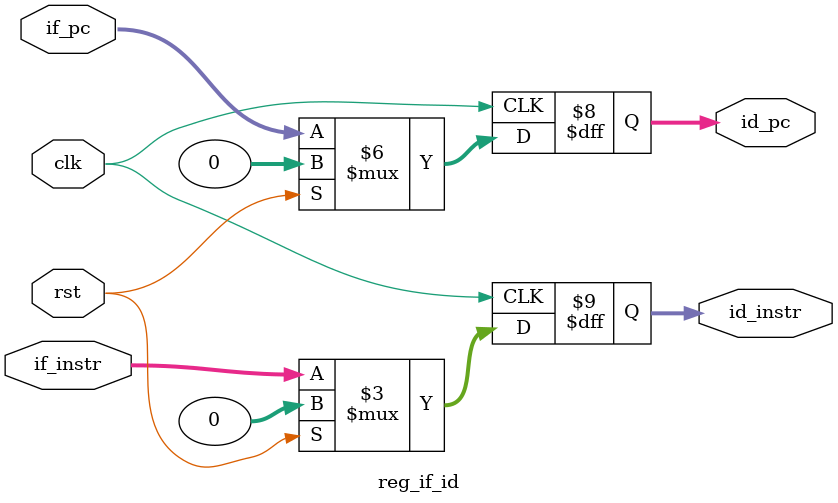
<source format=v>
`timescale 1ns / 1ps

module reg_if_id(
    input   wire        clk,
    input   wire        rst,
    
    input   wire[31:0]  if_pc,
    input   wire[31:0]  if_instr,
    
    output  reg[31:0]   id_pc,
    output  reg[31:0]   id_instr
    );
    
    always @ (posedge clk) begin
        if(rst) begin
            id_pc <= 32'b0;
            id_instr <= 32'b0;
        end else begin
            id_pc <= if_pc;
            id_instr <= if_instr;
        end
    end

endmodule

</source>
